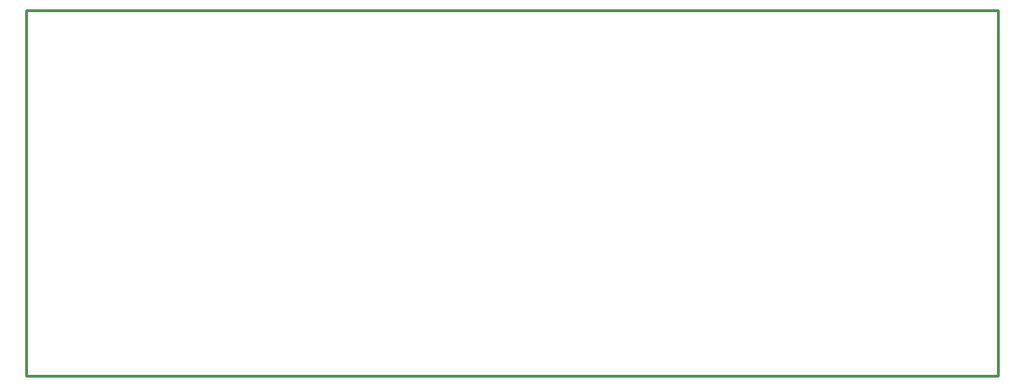
<source format=gko>
G04 Layer_Color=16711935*
%FSLAX25Y25*%
%MOIN*%
G70*
G01*
G75*
%ADD39C,0.01000*%
D39*
X349000Y1500D02*
Y132000D01*
X1500Y1500D02*
X349000D01*
X1500D02*
Y132000D01*
X349000D01*
M02*

</source>
